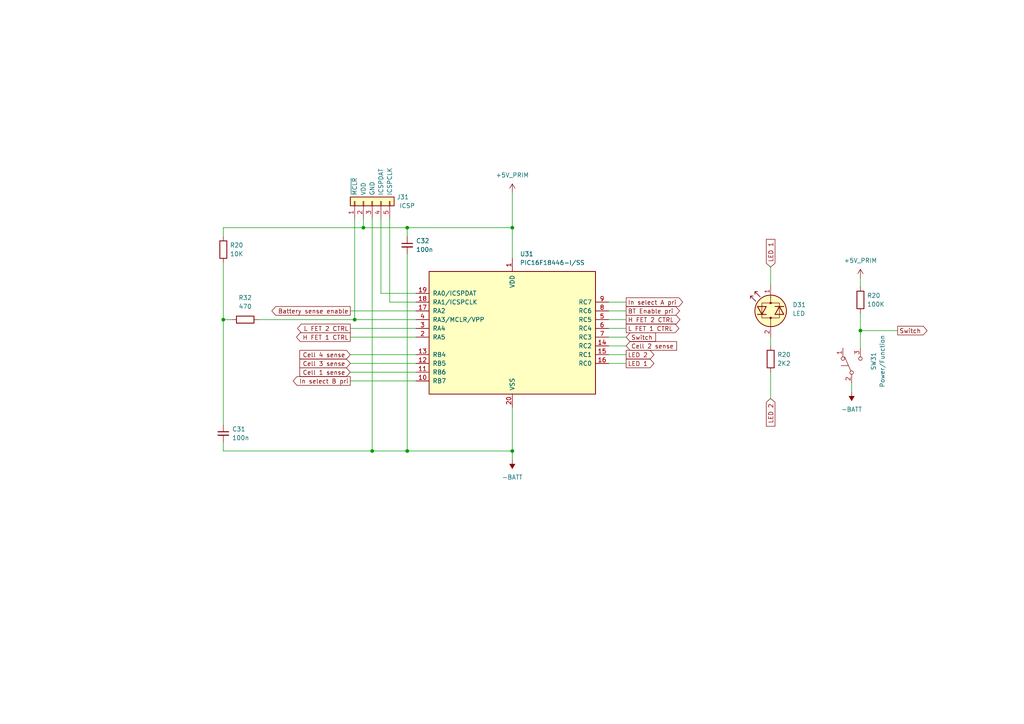
<source format=kicad_sch>
(kicad_sch (version 20230121) (generator eeschema)

  (uuid ad466c0a-e3ee-4a65-901e-e86d8d1ab081)

  (paper "A4")

  (lib_symbols
    (symbol "Device:C_Small" (pin_numbers hide) (pin_names (offset 0.254) hide) (in_bom yes) (on_board yes)
      (property "Reference" "C" (at 0.254 1.778 0)
        (effects (font (size 1.27 1.27)) (justify left))
      )
      (property "Value" "C_Small" (at 0.254 -2.032 0)
        (effects (font (size 1.27 1.27)) (justify left))
      )
      (property "Footprint" "" (at 0 0 0)
        (effects (font (size 1.27 1.27)) hide)
      )
      (property "Datasheet" "~" (at 0 0 0)
        (effects (font (size 1.27 1.27)) hide)
      )
      (property "ki_keywords" "capacitor cap" (at 0 0 0)
        (effects (font (size 1.27 1.27)) hide)
      )
      (property "ki_description" "Unpolarized capacitor, small symbol" (at 0 0 0)
        (effects (font (size 1.27 1.27)) hide)
      )
      (property "ki_fp_filters" "C_*" (at 0 0 0)
        (effects (font (size 1.27 1.27)) hide)
      )
      (symbol "C_Small_0_1"
        (polyline
          (pts
            (xy -1.524 -0.508)
            (xy 1.524 -0.508)
          )
          (stroke (width 0.3302) (type default))
          (fill (type none))
        )
        (polyline
          (pts
            (xy -1.524 0.508)
            (xy 1.524 0.508)
          )
          (stroke (width 0.3048) (type default))
          (fill (type none))
        )
      )
      (symbol "C_Small_1_1"
        (pin passive line (at 0 2.54 270) (length 2.032)
          (name "~" (effects (font (size 1.27 1.27))))
          (number "1" (effects (font (size 1.27 1.27))))
        )
        (pin passive line (at 0 -2.54 90) (length 2.032)
          (name "~" (effects (font (size 1.27 1.27))))
          (number "2" (effects (font (size 1.27 1.27))))
        )
      )
    )
    (symbol "Device:LED_Dual_Bidirectional" (pin_names (offset 0) hide) (in_bom yes) (on_board yes)
      (property "Reference" "D" (at 0 5.715 0)
        (effects (font (size 1.27 1.27)))
      )
      (property "Value" "LED_Dual_Bidirectional" (at 0 -6.35 0)
        (effects (font (size 1.27 1.27)))
      )
      (property "Footprint" "" (at 0 0 0)
        (effects (font (size 1.27 1.27)) hide)
      )
      (property "Datasheet" "~" (at 0 0 0)
        (effects (font (size 1.27 1.27)) hide)
      )
      (property "ki_keywords" "LED diode bicolor dual" (at 0 0 0)
        (effects (font (size 1.27 1.27)) hide)
      )
      (property "ki_description" "Dual LED, bidirectional" (at 0 0 0)
        (effects (font (size 1.27 1.27)) hide)
      )
      (property "ki_fp_filters" "LED* LED_SMD:* LED_THT:*" (at 0 0 0)
        (effects (font (size 1.27 1.27)) hide)
      )
      (symbol "LED_Dual_Bidirectional_0_1"
        (circle (center -2.032 0) (radius 0.254)
          (stroke (width 0) (type default))
          (fill (type outline))
        )
        (polyline
          (pts
            (xy -4.572 0)
            (xy -2.54 0)
          )
          (stroke (width 0) (type default))
          (fill (type none))
        )
        (polyline
          (pts
            (xy -2.032 0)
            (xy -2.54 0)
          )
          (stroke (width 0) (type default))
          (fill (type none))
        )
        (polyline
          (pts
            (xy -1.016 3.81)
            (xy -1.016 1.27)
          )
          (stroke (width 0.254) (type default))
          (fill (type none))
        )
        (polyline
          (pts
            (xy 1.27 -1.27)
            (xy 1.27 -3.81)
          )
          (stroke (width 0.254) (type default))
          (fill (type none))
        )
        (polyline
          (pts
            (xy 4.064 0)
            (xy 2.286 0)
          )
          (stroke (width 0) (type default))
          (fill (type outline))
        )
        (polyline
          (pts
            (xy 4.318 5.842)
            (xy 4.318 5.08)
          )
          (stroke (width 0.2032) (type default))
          (fill (type none))
        )
        (polyline
          (pts
            (xy 5.588 4.572)
            (xy 5.588 3.81)
          )
          (stroke (width 0.2032) (type default))
          (fill (type none))
        )
        (polyline
          (pts
            (xy 2.794 4.318)
            (xy 4.318 5.842)
            (xy 3.556 5.842)
          )
          (stroke (width 0.2032) (type default))
          (fill (type none))
        )
        (polyline
          (pts
            (xy 4.064 3.048)
            (xy 5.588 4.572)
            (xy 4.826 4.572)
          )
          (stroke (width 0.2032) (type default))
          (fill (type none))
        )
        (polyline
          (pts
            (xy -1.016 -1.27)
            (xy -1.016 -3.81)
            (xy 1.27 -2.54)
            (xy -1.016 -1.27)
          )
          (stroke (width 0.254) (type default))
          (fill (type none))
        )
        (polyline
          (pts
            (xy 1.27 3.81)
            (xy 1.27 1.27)
            (xy -1.016 2.54)
            (xy 1.27 3.81)
          )
          (stroke (width 0.254) (type default))
          (fill (type none))
        )
        (polyline
          (pts
            (xy 2.286 2.54)
            (xy -2.032 2.54)
            (xy -2.032 -2.54)
            (xy 2.286 -2.54)
            (xy 2.286 2.54)
          )
          (stroke (width 0) (type default))
          (fill (type none))
        )
        (circle (center 0 0) (radius 4.572)
          (stroke (width 0.254) (type default))
          (fill (type background))
        )
        (circle (center 2.286 0) (radius 0.254)
          (stroke (width 0) (type default))
          (fill (type outline))
        )
      )
      (symbol "LED_Dual_Bidirectional_1_1"
        (pin input line (at 7.62 0 180) (length 3.81)
          (name "KA" (effects (font (size 1.27 1.27))))
          (number "1" (effects (font (size 1.27 1.27))))
        )
        (pin input line (at -7.62 0 0) (length 3.048)
          (name "AK" (effects (font (size 1.27 1.27))))
          (number "2" (effects (font (size 1.27 1.27))))
        )
      )
    )
    (symbol "Device:R" (pin_numbers hide) (pin_names (offset 0)) (in_bom yes) (on_board yes)
      (property "Reference" "R" (at 2.032 0 90)
        (effects (font (size 1.27 1.27)))
      )
      (property "Value" "R" (at 0 0 90)
        (effects (font (size 1.27 1.27)))
      )
      (property "Footprint" "" (at -1.778 0 90)
        (effects (font (size 1.27 1.27)) hide)
      )
      (property "Datasheet" "~" (at 0 0 0)
        (effects (font (size 1.27 1.27)) hide)
      )
      (property "ki_keywords" "R res resistor" (at 0 0 0)
        (effects (font (size 1.27 1.27)) hide)
      )
      (property "ki_description" "Resistor" (at 0 0 0)
        (effects (font (size 1.27 1.27)) hide)
      )
      (property "ki_fp_filters" "R_*" (at 0 0 0)
        (effects (font (size 1.27 1.27)) hide)
      )
      (symbol "R_0_1"
        (rectangle (start -1.016 -2.54) (end 1.016 2.54)
          (stroke (width 0.254) (type default))
          (fill (type none))
        )
      )
      (symbol "R_1_1"
        (pin passive line (at 0 3.81 270) (length 1.27)
          (name "~" (effects (font (size 1.27 1.27))))
          (number "1" (effects (font (size 1.27 1.27))))
        )
        (pin passive line (at 0 -3.81 90) (length 1.27)
          (name "~" (effects (font (size 1.27 1.27))))
          (number "2" (effects (font (size 1.27 1.27))))
        )
      )
    )
    (symbol "MCU_Microchip_PIC16:PIC16F1829-IST" (pin_names (offset 1.016)) (in_bom yes) (on_board yes)
      (property "Reference" "U" (at -24.13 22.86 0)
        (effects (font (size 1.27 1.27)) (justify left))
      )
      (property "Value" "PIC16F1829-IST" (at -24.13 20.32 0)
        (effects (font (size 1.27 1.27)) (justify left))
      )
      (property "Footprint" "" (at 0 -13.97 0)
        (effects (font (size 1.27 1.27)) hide)
      )
      (property "Datasheet" "http://ww1.microchip.com/downloads/en/DeviceDoc/41440C.pdf" (at 0 -13.97 0)
        (effects (font (size 1.27 1.27)) hide)
      )
      (property "ki_keywords" "Flash-Based 8-Bit CMOS Microcontroller Low Power" (at 0 0 0)
        (effects (font (size 1.27 1.27)) hide)
      )
      (property "ki_description" "Flash-Based, 8-Bit CMOS Microcontrollers, TSSOP" (at 0 0 0)
        (effects (font (size 1.27 1.27)) hide)
      )
      (property "ki_fp_filters" "DIP*W7.62mm* SOIC*3.9x8.7mm*P1.27mm* TSSOP*4.4x5mm*P0.65mm*" (at 0 0 0)
        (effects (font (size 1.27 1.27)) hide)
      )
      (symbol "PIC16F1829-IST_0_1"
        (rectangle (start -24.13 19.05) (end 24.13 -16.51)
          (stroke (width 0.254) (type default))
          (fill (type background))
        )
      )
      (symbol "PIC16F1829-IST_1_1"
        (pin power_in line (at 0 22.86 270) (length 3.81)
          (name "VDD" (effects (font (size 1.27 1.27))))
          (number "1" (effects (font (size 1.27 1.27))))
        )
        (pin bidirectional line (at -27.94 -12.7 0) (length 3.81)
          (name "RB7" (effects (font (size 1.27 1.27))))
          (number "10" (effects (font (size 1.27 1.27))))
        )
        (pin bidirectional line (at -27.94 -10.16 0) (length 3.81)
          (name "RB6" (effects (font (size 1.27 1.27))))
          (number "11" (effects (font (size 1.27 1.27))))
        )
        (pin bidirectional line (at -27.94 -7.62 0) (length 3.81)
          (name "RB5" (effects (font (size 1.27 1.27))))
          (number "12" (effects (font (size 1.27 1.27))))
        )
        (pin bidirectional line (at -27.94 -5.08 0) (length 3.81)
          (name "RB4" (effects (font (size 1.27 1.27))))
          (number "13" (effects (font (size 1.27 1.27))))
        )
        (pin bidirectional line (at 27.94 -2.54 180) (length 3.81)
          (name "RC2" (effects (font (size 1.27 1.27))))
          (number "14" (effects (font (size 1.27 1.27))))
        )
        (pin bidirectional line (at 27.94 -5.08 180) (length 3.81)
          (name "RC1" (effects (font (size 1.27 1.27))))
          (number "15" (effects (font (size 1.27 1.27))))
        )
        (pin bidirectional line (at 27.94 -7.62 180) (length 3.81)
          (name "RC0" (effects (font (size 1.27 1.27))))
          (number "16" (effects (font (size 1.27 1.27))))
        )
        (pin bidirectional line (at -27.94 7.62 0) (length 3.81)
          (name "RA2" (effects (font (size 1.27 1.27))))
          (number "17" (effects (font (size 1.27 1.27))))
        )
        (pin bidirectional line (at -27.94 10.16 0) (length 3.81)
          (name "RA1/ICSPCLK" (effects (font (size 1.27 1.27))))
          (number "18" (effects (font (size 1.27 1.27))))
        )
        (pin bidirectional line (at -27.94 12.7 0) (length 3.81)
          (name "RA0/ICSPDAT" (effects (font (size 1.27 1.27))))
          (number "19" (effects (font (size 1.27 1.27))))
        )
        (pin bidirectional line (at -27.94 0 0) (length 3.81)
          (name "RA5" (effects (font (size 1.27 1.27))))
          (number "2" (effects (font (size 1.27 1.27))))
        )
        (pin power_in line (at 0 -20.32 90) (length 3.81)
          (name "VSS" (effects (font (size 1.27 1.27))))
          (number "20" (effects (font (size 1.27 1.27))))
        )
        (pin bidirectional line (at -27.94 2.54 0) (length 3.81)
          (name "RA4" (effects (font (size 1.27 1.27))))
          (number "3" (effects (font (size 1.27 1.27))))
        )
        (pin bidirectional line (at -27.94 5.08 0) (length 3.81)
          (name "RA3/MCLR/VPP" (effects (font (size 1.27 1.27))))
          (number "4" (effects (font (size 1.27 1.27))))
        )
        (pin bidirectional line (at 27.94 5.08 180) (length 3.81)
          (name "RC5" (effects (font (size 1.27 1.27))))
          (number "5" (effects (font (size 1.27 1.27))))
        )
        (pin bidirectional line (at 27.94 2.54 180) (length 3.81)
          (name "RC4" (effects (font (size 1.27 1.27))))
          (number "6" (effects (font (size 1.27 1.27))))
        )
        (pin bidirectional line (at 27.94 0 180) (length 3.81)
          (name "RC3" (effects (font (size 1.27 1.27))))
          (number "7" (effects (font (size 1.27 1.27))))
        )
        (pin bidirectional line (at 27.94 7.62 180) (length 3.81)
          (name "RC6" (effects (font (size 1.27 1.27))))
          (number "8" (effects (font (size 1.27 1.27))))
        )
        (pin bidirectional line (at 27.94 10.16 180) (length 3.81)
          (name "RC7" (effects (font (size 1.27 1.27))))
          (number "9" (effects (font (size 1.27 1.27))))
        )
      )
    )
    (symbol "My_PIC_MCU:ICSP_SOCKET" (pin_names (offset 3)) (in_bom yes) (on_board yes)
      (property "Reference" "J" (at -0.127 9.779 0)
        (effects (font (size 1.27 1.27)))
      )
      (property "Value" "" (at 0 0 0)
        (effects (font (size 1.27 1.27)))
      )
      (property "Footprint" "" (at 0 0 0)
        (effects (font (size 1.27 1.27)) hide)
      )
      (property "Datasheet" "" (at 0 0 0)
        (effects (font (size 1.27 1.27)) hide)
      )
      (symbol "ICSP_SOCKET_1_1"
        (rectangle (start -1.27 -4.953) (end 0 -5.207)
          (stroke (width 0.1524) (type default))
          (fill (type none))
        )
        (rectangle (start -1.27 -2.413) (end 0 -2.667)
          (stroke (width 0.1524) (type default))
          (fill (type none))
        )
        (rectangle (start -1.27 0.127) (end 0 -0.127)
          (stroke (width 0.1524) (type default))
          (fill (type none))
        )
        (rectangle (start -1.27 2.667) (end 0 2.413)
          (stroke (width 0.1524) (type default))
          (fill (type none))
        )
        (rectangle (start -1.27 5.207) (end 0 4.953)
          (stroke (width 0.1524) (type default))
          (fill (type none))
        )
        (rectangle (start -1.27 6.35) (end 1.27 -6.35)
          (stroke (width 0.254) (type default))
          (fill (type background))
        )
        (pin input line (at -5.08 5.08 0) (length 3.81)
          (name "~{MCLR}" (effects (font (size 1.27 1.27))))
          (number "1" (effects (font (size 1.27 1.27))))
        )
        (pin power_in line (at -5.08 2.54 0) (length 3.81)
          (name "VDD" (effects (font (size 1.27 1.27))))
          (number "2" (effects (font (size 1.27 1.27))))
        )
        (pin power_in line (at -5.08 0 0) (length 3.81)
          (name "GND" (effects (font (size 1.27 1.27))))
          (number "3" (effects (font (size 1.27 1.27))))
        )
        (pin input line (at -5.08 -2.54 0) (length 3.81)
          (name "ICSPDAT" (effects (font (size 1.27 1.27))))
          (number "4" (effects (font (size 1.27 1.27))))
        )
        (pin input line (at -5.08 -5.08 0) (length 3.81)
          (name "ICSPCLK" (effects (font (size 1.27 1.27))))
          (number "5" (effects (font (size 1.27 1.27))))
        )
      )
    )
    (symbol "My_Power_Symbols:+5V PRIM" (power) (in_bom no) (on_board no)
      (property "Reference" "#PWR" (at 0 0 0)
        (effects (font (size 1.27 1.27)) hide)
      )
      (property "Value" "+5V PRIM" (at 0 0 0)
        (effects (font (size 1.27 1.27)))
      )
      (property "Footprint" "" (at 0 0 0)
        (effects (font (size 1.27 1.27)) hide)
      )
      (property "Datasheet" "" (at 0 0 0)
        (effects (font (size 1.27 1.27)) hide)
      )
      (symbol "+5V PRIM_0_1"
        (polyline
          (pts
            (xy -0.762 1.27)
            (xy 0 2.54)
          )
          (stroke (width 0) (type default))
          (fill (type none))
        )
        (polyline
          (pts
            (xy 0 0)
            (xy 0 2.54)
          )
          (stroke (width 0) (type default))
          (fill (type none))
        )
        (polyline
          (pts
            (xy 0 2.54)
            (xy 0.762 1.27)
          )
          (stroke (width 0) (type default))
          (fill (type none))
        )
      )
      (symbol "+5V PRIM_1_1"
        (pin power_in line (at 0 0 90) (length 0) hide
          (name "+5V_PRIM" (effects (font (size 1.27 1.27))))
          (number "1" (effects (font (size 1.27 1.27))))
        )
      )
    )
    (symbol "Switch:SW_Push_SPDT" (pin_names (offset 0) hide) (in_bom yes) (on_board yes)
      (property "Reference" "SW" (at 0 4.318 0)
        (effects (font (size 1.27 1.27)))
      )
      (property "Value" "SW_Push_SPDT" (at 0 -5.08 0)
        (effects (font (size 1.27 1.27)))
      )
      (property "Footprint" "" (at 0 0 0)
        (effects (font (size 1.27 1.27)) hide)
      )
      (property "Datasheet" "~" (at 0 0 0)
        (effects (font (size 1.27 1.27)) hide)
      )
      (property "ki_keywords" "switch single-pole double-throw spdt ON-ON" (at 0 0 0)
        (effects (font (size 1.27 1.27)) hide)
      )
      (property "ki_description" "Momentary Switch, single pole double throw" (at 0 0 0)
        (effects (font (size 1.27 1.27)) hide)
      )
      (symbol "SW_Push_SPDT_0_0"
        (circle (center -2.032 0) (radius 0.508)
          (stroke (width 0) (type default))
          (fill (type none))
        )
        (polyline
          (pts
            (xy 0 1.016)
            (xy 0 3.048)
          )
          (stroke (width 0) (type default))
          (fill (type none))
        )
        (circle (center 2.032 -2.54) (radius 0.508)
          (stroke (width 0) (type default))
          (fill (type none))
        )
      )
      (symbol "SW_Push_SPDT_0_1"
        (polyline
          (pts
            (xy -1.524 0.254)
            (xy 2.54 2.032)
          )
          (stroke (width 0) (type default))
          (fill (type none))
        )
        (circle (center 2.032 2.54) (radius 0.508)
          (stroke (width 0) (type default))
          (fill (type none))
        )
      )
      (symbol "SW_Push_SPDT_1_1"
        (pin passive line (at 5.08 2.54 180) (length 2.54)
          (name "A" (effects (font (size 1.27 1.27))))
          (number "1" (effects (font (size 1.27 1.27))))
        )
        (pin passive line (at -5.08 0 0) (length 2.54)
          (name "B" (effects (font (size 1.27 1.27))))
          (number "2" (effects (font (size 1.27 1.27))))
        )
        (pin passive line (at 5.08 -2.54 180) (length 2.54)
          (name "C" (effects (font (size 1.27 1.27))))
          (number "3" (effects (font (size 1.27 1.27))))
        )
      )
    )
    (symbol "power:-BATT" (power) (pin_names (offset 0)) (in_bom yes) (on_board yes)
      (property "Reference" "#PWR" (at 0 -3.81 0)
        (effects (font (size 1.27 1.27)) hide)
      )
      (property "Value" "-BATT" (at 0 3.556 0)
        (effects (font (size 1.27 1.27)))
      )
      (property "Footprint" "" (at 0 0 0)
        (effects (font (size 1.27 1.27)) hide)
      )
      (property "Datasheet" "" (at 0 0 0)
        (effects (font (size 1.27 1.27)) hide)
      )
      (property "ki_keywords" "global power battery" (at 0 0 0)
        (effects (font (size 1.27 1.27)) hide)
      )
      (property "ki_description" "Power symbol creates a global label with name \"-BATT\"" (at 0 0 0)
        (effects (font (size 1.27 1.27)) hide)
      )
      (symbol "-BATT_0_1"
        (polyline
          (pts
            (xy 0 0)
            (xy 0 2.54)
          )
          (stroke (width 0) (type default))
          (fill (type none))
        )
        (polyline
          (pts
            (xy 0.762 1.27)
            (xy -0.762 1.27)
            (xy 0 2.54)
            (xy 0.762 1.27)
          )
          (stroke (width 0) (type default))
          (fill (type outline))
        )
      )
      (symbol "-BATT_1_1"
        (pin power_in line (at 0 0 90) (length 0) hide
          (name "-BATT" (effects (font (size 1.27 1.27))))
          (number "1" (effects (font (size 1.27 1.27))))
        )
      )
    )
  )

  (junction (at 249.555 95.885) (diameter 0) (color 0 0 0 0)
    (uuid 1529713d-aa3b-4d2e-8db9-ef7380a39723)
  )
  (junction (at 118.11 66.04) (diameter 0) (color 0 0 0 0)
    (uuid 42875c99-cf6d-41df-bc53-3ed050ccb0c9)
  )
  (junction (at 107.95 130.81) (diameter 0) (color 0 0 0 0)
    (uuid 4916dd6d-80d9-4caa-b733-4bc5b62e4da0)
  )
  (junction (at 64.77 92.71) (diameter 0) (color 0 0 0 0)
    (uuid 50f29eb5-c10c-42d5-a919-12b5a5e10f79)
  )
  (junction (at 118.11 130.81) (diameter 0) (color 0 0 0 0)
    (uuid 9a78a180-d61b-4ff3-af1c-260d79ab90bc)
  )
  (junction (at 102.87 92.71) (diameter 0) (color 0 0 0 0)
    (uuid c291a074-b9b5-45d1-a3af-2169d94c5cdf)
  )
  (junction (at 148.59 66.04) (diameter 0) (color 0 0 0 0)
    (uuid e18c6386-4f7c-4de4-bd96-3e9282d01201)
  )
  (junction (at 148.59 130.81) (diameter 0) (color 0 0 0 0)
    (uuid ed37c1d6-ca3d-432c-b288-5888cdb250b3)
  )
  (junction (at 105.41 66.04) (diameter 0) (color 0 0 0 0)
    (uuid fcf82211-c5aa-453c-873b-95a51d7cc4b6)
  )

  (wire (pts (xy 148.59 55.88) (xy 148.59 66.04))
    (stroke (width 0) (type default))
    (uuid 052a9ccf-f78e-4c52-a841-d6f5e362cc41)
  )
  (wire (pts (xy 223.52 107.95) (xy 223.52 115.57))
    (stroke (width 0) (type default))
    (uuid 1b2c6800-a142-4ca4-a8a1-57c6b74b88fc)
  )
  (wire (pts (xy 64.77 130.81) (xy 107.95 130.81))
    (stroke (width 0) (type default))
    (uuid 2c436a9d-fce9-49f9-836e-bb5c78d16576)
  )
  (wire (pts (xy 64.77 92.71) (xy 67.31 92.71))
    (stroke (width 0) (type default))
    (uuid 34cff10d-3e05-4491-943d-6c202cd53332)
  )
  (wire (pts (xy 110.49 85.09) (xy 110.49 63.5))
    (stroke (width 0) (type default))
    (uuid 36f83040-ce39-445b-8eb1-51bdf5381f99)
  )
  (wire (pts (xy 102.87 63.5) (xy 102.87 92.71))
    (stroke (width 0) (type default))
    (uuid 4783a2ea-f365-4a85-a7f2-aaec5d786d25)
  )
  (wire (pts (xy 101.6 110.49) (xy 120.65 110.49))
    (stroke (width 0) (type default))
    (uuid 4ceb27e1-6cff-4038-aea8-86d1c932f31c)
  )
  (wire (pts (xy 176.53 87.63) (xy 181.61 87.63))
    (stroke (width 0) (type default))
    (uuid 52cb8a50-948f-4c43-9f8c-ccd3437dd73a)
  )
  (wire (pts (xy 176.53 102.87) (xy 181.61 102.87))
    (stroke (width 0) (type default))
    (uuid 57e2033c-ab8c-497a-8143-12e125c12143)
  )
  (wire (pts (xy 101.6 95.25) (xy 120.65 95.25))
    (stroke (width 0) (type default))
    (uuid 58e2ef33-40f8-474f-a660-06696485fbe7)
  )
  (wire (pts (xy 176.53 100.33) (xy 181.61 100.33))
    (stroke (width 0) (type default))
    (uuid 5aa522c0-aab6-45ec-a790-0c1a543f38c9)
  )
  (wire (pts (xy 176.53 90.17) (xy 181.61 90.17))
    (stroke (width 0) (type default))
    (uuid 5bdf1ae0-97cc-4f89-96f3-bcbe3c8f8694)
  )
  (wire (pts (xy 118.11 130.81) (xy 148.59 130.81))
    (stroke (width 0) (type default))
    (uuid 5c687100-f501-4638-840c-4c6f1d7200b5)
  )
  (wire (pts (xy 64.77 128.27) (xy 64.77 130.81))
    (stroke (width 0) (type default))
    (uuid 5ca68835-9fb0-4545-b043-d7aa35fdccc5)
  )
  (wire (pts (xy 249.555 95.885) (xy 249.555 100.965))
    (stroke (width 0) (type default))
    (uuid 5f4eb00c-53cf-4c99-8c93-cd45a213a5db)
  )
  (wire (pts (xy 148.59 130.81) (xy 148.59 133.35))
    (stroke (width 0) (type default))
    (uuid 601c14ec-0e77-465e-9f0a-f69f3517fc18)
  )
  (wire (pts (xy 176.53 105.41) (xy 181.61 105.41))
    (stroke (width 0) (type default))
    (uuid 64f61e0f-5d6d-4cc2-92c3-bd3b26c1d50f)
  )
  (wire (pts (xy 176.53 95.25) (xy 181.61 95.25))
    (stroke (width 0) (type default))
    (uuid 6cb15364-661f-4632-bf88-fd440008724a)
  )
  (wire (pts (xy 247.015 111.125) (xy 247.015 113.665))
    (stroke (width 0) (type default))
    (uuid 7319b1c2-77c8-4f14-adea-aef744e31ce1)
  )
  (wire (pts (xy 118.11 73.66) (xy 118.11 130.81))
    (stroke (width 0) (type default))
    (uuid 7fda644d-bbd5-4641-a65d-0c39e9b1fafc)
  )
  (wire (pts (xy 102.87 92.71) (xy 120.65 92.71))
    (stroke (width 0) (type default))
    (uuid 801b35bb-a07f-429c-8019-0f56e4fdacef)
  )
  (wire (pts (xy 176.53 97.79) (xy 181.61 97.79))
    (stroke (width 0) (type default))
    (uuid 82918050-1650-471e-a145-213dd79d8169)
  )
  (wire (pts (xy 118.11 66.04) (xy 148.59 66.04))
    (stroke (width 0) (type default))
    (uuid 84f1b996-a152-49e1-92c4-ab656f4dc289)
  )
  (wire (pts (xy 105.41 66.04) (xy 118.11 66.04))
    (stroke (width 0) (type default))
    (uuid 89a13cac-34ea-424a-84ef-0ae9a1fad855)
  )
  (wire (pts (xy 113.03 63.5) (xy 113.03 87.63))
    (stroke (width 0) (type default))
    (uuid 92e964b3-667a-4350-b198-0dda318e0c9d)
  )
  (wire (pts (xy 64.77 92.71) (xy 64.77 123.19))
    (stroke (width 0) (type default))
    (uuid 9c4a3b70-13e3-4ab9-9e19-b3afe6f3ad25)
  )
  (wire (pts (xy 118.11 66.04) (xy 118.11 68.58))
    (stroke (width 0) (type default))
    (uuid 9fe8c8af-bf82-447b-b7d3-c94c1f164156)
  )
  (wire (pts (xy 223.52 77.47) (xy 223.52 82.55))
    (stroke (width 0) (type default))
    (uuid a18cc173-54c3-4402-aa20-ea5d69f0c6d2)
  )
  (wire (pts (xy 249.555 80.645) (xy 249.555 83.185))
    (stroke (width 0) (type default))
    (uuid a29721cf-d9e9-4b80-9697-dc23b3ef92fe)
  )
  (wire (pts (xy 249.555 90.805) (xy 249.555 95.885))
    (stroke (width 0) (type default))
    (uuid a5f542f2-cdcb-44c6-b97e-80877ec9deb1)
  )
  (wire (pts (xy 101.6 105.41) (xy 120.65 105.41))
    (stroke (width 0) (type default))
    (uuid ae57356d-10a2-4567-b906-914788fa5ee0)
  )
  (wire (pts (xy 107.95 63.5) (xy 107.95 130.81))
    (stroke (width 0) (type default))
    (uuid b12b6813-794d-44ff-a92f-f86549a410c2)
  )
  (wire (pts (xy 101.6 97.79) (xy 120.65 97.79))
    (stroke (width 0) (type default))
    (uuid b62c4501-dc23-4c14-8adc-727d960961a1)
  )
  (wire (pts (xy 249.555 95.885) (xy 260.35 95.885))
    (stroke (width 0) (type default))
    (uuid b632d498-b480-4c42-83dd-8a76ac451241)
  )
  (wire (pts (xy 107.95 130.81) (xy 118.11 130.81))
    (stroke (width 0) (type default))
    (uuid bba0f7a0-d602-425b-9e6d-efcc09e0273e)
  )
  (wire (pts (xy 64.77 68.58) (xy 64.77 66.04))
    (stroke (width 0) (type default))
    (uuid bba85004-419b-4442-9a9f-0adea09c9f36)
  )
  (wire (pts (xy 120.65 85.09) (xy 110.49 85.09))
    (stroke (width 0) (type default))
    (uuid bcbb75e8-4016-4946-a101-a702ebd478a3)
  )
  (wire (pts (xy 101.6 107.95) (xy 120.65 107.95))
    (stroke (width 0) (type default))
    (uuid be40546e-ef92-426f-9ef4-bb7adac3a94c)
  )
  (wire (pts (xy 176.53 92.71) (xy 181.61 92.71))
    (stroke (width 0) (type default))
    (uuid c963c2d9-de42-42d0-8778-972cd6aa4b33)
  )
  (wire (pts (xy 223.52 97.79) (xy 223.52 100.33))
    (stroke (width 0) (type default))
    (uuid d2a62c4f-a9f6-4dd6-9929-d7574a2ae021)
  )
  (wire (pts (xy 64.77 76.2) (xy 64.77 92.71))
    (stroke (width 0) (type default))
    (uuid d2d41093-6f05-4f21-9be8-1a3d71fb3599)
  )
  (wire (pts (xy 101.6 90.17) (xy 120.65 90.17))
    (stroke (width 0) (type default))
    (uuid d9ba52fa-213e-43ea-95dd-9079411007a4)
  )
  (wire (pts (xy 101.6 102.87) (xy 120.65 102.87))
    (stroke (width 0) (type default))
    (uuid dbe32aca-d3e2-4127-b78b-c5193a3be660)
  )
  (wire (pts (xy 148.59 66.04) (xy 148.59 74.93))
    (stroke (width 0) (type default))
    (uuid e11a73b6-c79a-4d05-85ab-8d3c2d7a3aa7)
  )
  (wire (pts (xy 148.59 118.11) (xy 148.59 130.81))
    (stroke (width 0) (type default))
    (uuid e32e46cb-675b-4380-ae32-0684c14428ba)
  )
  (wire (pts (xy 74.93 92.71) (xy 102.87 92.71))
    (stroke (width 0) (type default))
    (uuid f12170de-0e2a-42ce-b226-6623affd2266)
  )
  (wire (pts (xy 120.65 87.63) (xy 113.03 87.63))
    (stroke (width 0) (type default))
    (uuid f1d1eb55-5876-4457-848f-ec18afcd9f6f)
  )
  (wire (pts (xy 105.41 63.5) (xy 105.41 66.04))
    (stroke (width 0) (type default))
    (uuid fc1beb42-aa67-4219-95de-6a3279fcc334)
  )
  (wire (pts (xy 64.77 66.04) (xy 105.41 66.04))
    (stroke (width 0) (type default))
    (uuid fcb85547-3ed0-4304-b4b0-bc3cfb81f82a)
  )

  (global_label "Switch" (shape output) (at 260.35 95.885 0) (fields_autoplaced)
    (effects (font (size 1.27 1.27)) (justify left))
    (uuid 07fe44a8-1fa0-4405-ae72-61bab728fc03)
    (property "Intersheetrefs" "${INTERSHEET_REFS}" (at 269.4433 95.885 0)
      (effects (font (size 1.27 1.27)) (justify left) hide)
    )
  )
  (global_label "H FET 2 CTRL" (shape output) (at 181.61 92.71 0) (fields_autoplaced)
    (effects (font (size 1.27 1.27)) (justify left))
    (uuid 12f8f84c-e0f6-4b80-ad94-6e5aedb7e5fa)
    (property "Intersheetrefs" "${INTERSHEET_REFS}" (at 197.7789 92.71 0)
      (effects (font (size 1.27 1.27)) (justify left) hide)
    )
  )
  (global_label "LED 2" (shape output) (at 181.61 102.87 0) (fields_autoplaced)
    (effects (font (size 1.27 1.27)) (justify left))
    (uuid 17ea3538-ab89-47b1-95b0-c89fba8e0211)
    (property "Intersheetrefs" "${INTERSHEET_REFS}" (at 190.2194 102.87 0)
      (effects (font (size 1.27 1.27)) (justify left) hide)
    )
  )
  (global_label "BT Enable pri" (shape output) (at 181.61 90.17 0) (fields_autoplaced)
    (effects (font (size 1.27 1.27)) (justify left))
    (uuid 20c827af-b9ce-4df5-bd7b-007929b8108b)
    (property "Intersheetrefs" "${INTERSHEET_REFS}" (at 197.6578 90.17 0)
      (effects (font (size 1.27 1.27)) (justify left) hide)
    )
  )
  (global_label "Switch" (shape input) (at 181.61 97.79 0) (fields_autoplaced)
    (effects (font (size 1.27 1.27)) (justify left))
    (uuid 2b0ba265-e10b-489b-bf4c-ca38dd2f93b5)
    (property "Intersheetrefs" "${INTERSHEET_REFS}" (at 190.7033 97.79 0)
      (effects (font (size 1.27 1.27)) (justify left) hide)
    )
  )
  (global_label "Cell 1 sense" (shape input) (at 101.6 107.95 180) (fields_autoplaced)
    (effects (font (size 1.27 1.27)) (justify right))
    (uuid 4002cd7a-5593-440b-9f58-cdf694551677)
    (property "Intersheetrefs" "${INTERSHEET_REFS}" (at 86.3987 107.95 0)
      (effects (font (size 1.27 1.27)) (justify right) hide)
    )
  )
  (global_label "Cell 4 sense" (shape input) (at 101.6 102.87 180) (fields_autoplaced)
    (effects (font (size 1.27 1.27)) (justify right))
    (uuid 5bc71e00-2781-4c02-9d48-e22a684579b0)
    (property "Intersheetrefs" "${INTERSHEET_REFS}" (at 86.3987 102.87 0)
      (effects (font (size 1.27 1.27)) (justify right) hide)
    )
  )
  (global_label "LED 2" (shape input) (at 223.52 115.57 270) (fields_autoplaced)
    (effects (font (size 1.27 1.27)) (justify right))
    (uuid 7214638b-eb7f-4a47-826d-585c9135b3c3)
    (property "Intersheetrefs" "${INTERSHEET_REFS}" (at 223.52 124.1794 90)
      (effects (font (size 1.27 1.27)) (justify right) hide)
    )
  )
  (global_label "Cell 2 sense" (shape input) (at 181.61 100.33 0) (fields_autoplaced)
    (effects (font (size 1.27 1.27)) (justify left))
    (uuid 754ee957-8d61-4ddf-9ab6-675868e20368)
    (property "Intersheetrefs" "${INTERSHEET_REFS}" (at 196.8113 100.33 0)
      (effects (font (size 1.27 1.27)) (justify left) hide)
    )
  )
  (global_label "LED 1" (shape input) (at 223.52 77.47 90) (fields_autoplaced)
    (effects (font (size 1.27 1.27)) (justify left))
    (uuid 7b716d89-7cb8-4d23-bf9f-077f87304a5c)
    (property "Intersheetrefs" "${INTERSHEET_REFS}" (at 223.52 68.8606 90)
      (effects (font (size 1.27 1.27)) (justify left) hide)
    )
  )
  (global_label "L FET 1 CTRL" (shape output) (at 181.61 95.25 0) (fields_autoplaced)
    (effects (font (size 1.27 1.27)) (justify left))
    (uuid 9a1d2203-490f-45c2-8edc-97804b3b0baf)
    (property "Intersheetrefs" "${INTERSHEET_REFS}" (at 197.4765 95.25 0)
      (effects (font (size 1.27 1.27)) (justify left) hide)
    )
  )
  (global_label "LED 1" (shape output) (at 181.61 105.41 0) (fields_autoplaced)
    (effects (font (size 1.27 1.27)) (justify left))
    (uuid 9d0c5048-d6e8-4cf9-9a18-edbf38d89e00)
    (property "Intersheetrefs" "${INTERSHEET_REFS}" (at 190.2194 105.41 0)
      (effects (font (size 1.27 1.27)) (justify left) hide)
    )
  )
  (global_label "In select B pri" (shape output) (at 101.6 110.49 180) (fields_autoplaced)
    (effects (font (size 1.27 1.27)) (justify right))
    (uuid c47f235a-c309-42c4-8e49-e41d0642dda2)
    (property "Intersheetrefs" "${INTERSHEET_REFS}" (at 84.4634 110.49 0)
      (effects (font (size 1.27 1.27)) (justify right) hide)
    )
  )
  (global_label "Cell 3 sense" (shape input) (at 101.6 105.41 180) (fields_autoplaced)
    (effects (font (size 1.27 1.27)) (justify right))
    (uuid d864b1d8-2c4f-4148-977e-22eb8665de12)
    (property "Intersheetrefs" "${INTERSHEET_REFS}" (at 86.3987 105.41 0)
      (effects (font (size 1.27 1.27)) (justify right) hide)
    )
  )
  (global_label "L FET 2 CTRL" (shape output) (at 101.6 95.25 180) (fields_autoplaced)
    (effects (font (size 1.27 1.27)) (justify right))
    (uuid e28b1f2c-02aa-420f-bf7e-352cf6ab6a87)
    (property "Intersheetrefs" "${INTERSHEET_REFS}" (at 85.7335 95.25 0)
      (effects (font (size 1.27 1.27)) (justify right) hide)
    )
  )
  (global_label "H FET 1 CTRL" (shape output) (at 101.6 97.79 180) (fields_autoplaced)
    (effects (font (size 1.27 1.27)) (justify right))
    (uuid f1b99eaf-59db-479e-b32f-2048d4eeed4f)
    (property "Intersheetrefs" "${INTERSHEET_REFS}" (at 85.4311 97.79 0)
      (effects (font (size 1.27 1.27)) (justify right) hide)
    )
  )
  (global_label "Battery sense enable" (shape output) (at 101.6 90.17 180) (fields_autoplaced)
    (effects (font (size 1.27 1.27)) (justify right))
    (uuid fa63b010-bb52-4512-a3bc-d58438508929)
    (property "Intersheetrefs" "${INTERSHEET_REFS}" (at 78.295 90.17 0)
      (effects (font (size 1.27 1.27)) (justify right) hide)
    )
  )
  (global_label "In select A pri" (shape output) (at 181.61 87.63 0) (fields_autoplaced)
    (effects (font (size 1.27 1.27)) (justify left))
    (uuid fec69543-6d51-46ef-9050-28b6bd57bee4)
    (property "Intersheetrefs" "${INTERSHEET_REFS}" (at 198.5652 87.63 0)
      (effects (font (size 1.27 1.27)) (justify left) hide)
    )
  )

  (symbol (lib_id "Device:LED_Dual_Bidirectional") (at 223.52 90.17 90) (unit 1)
    (in_bom yes) (on_board yes) (dnp no) (fields_autoplaced)
    (uuid 07774f76-21ad-4fe6-88cf-4f2d53bd9731)
    (property "Reference" "D31" (at 229.87 88.4047 90)
      (effects (font (size 1.27 1.27)) (justify right))
    )
    (property "Value" "LED" (at 229.87 90.9447 90)
      (effects (font (size 1.27 1.27)) (justify right))
    )
    (property "Footprint" "My_Footprints:LED_Holder" (at 223.52 90.17 0)
      (effects (font (size 1.27 1.27)) hide)
    )
    (property "Datasheet" "~" (at 223.52 90.17 0)
      (effects (font (size 1.27 1.27)) hide)
    )
    (pin "1" (uuid ff69743e-2f80-478f-ba54-31b2ce650284))
    (pin "2" (uuid e9c5ceed-7a15-4ecf-8c61-1f06e64f6759))
    (instances
      (project "P113 Portable Headphone Amp"
        (path "/27d77605-2752-4e61-ac7a-098d2afac363/94d073f1-59c8-4aee-a2b3-55533d088160"
          (reference "D31") (unit 1)
        )
      )
    )
  )

  (symbol (lib_id "power:-BATT") (at 247.015 113.665 180) (unit 1)
    (in_bom yes) (on_board yes) (dnp no) (fields_autoplaced)
    (uuid 1d41a92b-536f-4a71-8957-9919f14cd108)
    (property "Reference" "#PWR058" (at 247.015 109.855 0)
      (effects (font (size 1.27 1.27)) hide)
    )
    (property "Value" "-BATT" (at 247.015 118.745 0)
      (effects (font (size 1.27 1.27)))
    )
    (property "Footprint" "" (at 247.015 113.665 0)
      (effects (font (size 1.27 1.27)) hide)
    )
    (property "Datasheet" "" (at 247.015 113.665 0)
      (effects (font (size 1.27 1.27)) hide)
    )
    (pin "1" (uuid 3fd8e096-2166-4b85-b0c6-3e04a1fee127))
    (instances
      (project "P113 Portable Headphone Amp"
        (path "/27d77605-2752-4e61-ac7a-098d2afac363/94d073f1-59c8-4aee-a2b3-55533d088160"
          (reference "#PWR058") (unit 1)
        )
      )
    )
  )

  (symbol (lib_id "Device:C_Small") (at 64.77 125.73 0) (unit 1)
    (in_bom yes) (on_board yes) (dnp no) (fields_autoplaced)
    (uuid 376092b6-2d73-484e-aef2-3a5eb0f1ac64)
    (property "Reference" "C31" (at 67.31 124.4663 0)
      (effects (font (size 1.27 1.27)) (justify left))
    )
    (property "Value" "100n" (at 67.31 127.0063 0)
      (effects (font (size 1.27 1.27)) (justify left))
    )
    (property "Footprint" "My_Footprints:C_0402_1005Metric_Pad0.74x0.62mm_HandSolder JLC" (at 64.77 125.73 0)
      (effects (font (size 1.27 1.27)) hide)
    )
    (property "Datasheet" "~" (at 64.77 125.73 0)
      (effects (font (size 1.27 1.27)) hide)
    )
    (pin "1" (uuid 46d8aa5e-8395-4472-b1bf-0611f4df3f39))
    (pin "2" (uuid a04c0706-885a-46f3-931b-2782536fd6ca))
    (instances
      (project "P113 Portable Headphone Amp"
        (path "/27d77605-2752-4e61-ac7a-098d2afac363/94d073f1-59c8-4aee-a2b3-55533d088160"
          (reference "C31") (unit 1)
        )
      )
    )
  )

  (symbol (lib_id "Device:R") (at 71.12 92.71 90) (unit 1)
    (in_bom yes) (on_board yes) (dnp no) (fields_autoplaced)
    (uuid 3ebc6319-a0ae-491f-822c-5e6fb9da38c8)
    (property "Reference" "R32" (at 71.12 86.36 90)
      (effects (font (size 1.27 1.27)))
    )
    (property "Value" "470" (at 71.12 88.9 90)
      (effects (font (size 1.27 1.27)))
    )
    (property "Footprint" "My_Footprints:R_0402_1005Metric_Pad0.72x0.64mm_HandSolder JLC" (at 71.12 94.488 90)
      (effects (font (size 1.27 1.27)) hide)
    )
    (property "Datasheet" "~" (at 71.12 92.71 0)
      (effects (font (size 1.27 1.27)) hide)
    )
    (pin "1" (uuid 2df295bd-6e95-4582-a52f-d269c0747d3b))
    (pin "2" (uuid 2059ba0f-b99d-4099-8e81-b598080fa845))
    (instances
      (project "P113 Portable Headphone Amp"
        (path "/27d77605-2752-4e61-ac7a-098d2afac363/94d073f1-59c8-4aee-a2b3-55533d088160"
          (reference "R32") (unit 1)
        )
      )
    )
  )

  (symbol (lib_id "My_PIC_MCU:ICSP_SOCKET") (at 107.95 58.42 90) (unit 1)
    (in_bom yes) (on_board yes) (dnp no)
    (uuid 414ed52e-dcdf-4118-883e-a15bfe98221c)
    (property "Reference" "J31" (at 116.84 57.15 90)
      (effects (font (size 1.27 1.27)))
    )
    (property "Value" "ICSP" (at 118.11 59.69 90)
      (effects (font (size 1.27 1.27)))
    )
    (property "Footprint" "Connector_PinSocket_2.54mm:PinSocket_1x05_P2.54mm_Vertical" (at 107.95 58.42 0)
      (effects (font (size 1.27 1.27)) hide)
    )
    (property "Datasheet" "" (at 107.95 58.42 0)
      (effects (font (size 1.27 1.27)) hide)
    )
    (pin "1" (uuid 88176ad1-70c6-427a-90ab-caff7183d4a9))
    (pin "2" (uuid bdd71283-a4dc-4851-ae24-672bd4b84ef4))
    (pin "3" (uuid df6a5ba1-a110-49d5-b513-697e490b8e7a))
    (pin "4" (uuid 77a3dd53-c132-48c1-8732-38cddc890dfc))
    (pin "5" (uuid dc8d1bd1-4be7-443c-9f11-a11170bb993b))
    (instances
      (project "P113 Portable Headphone Amp"
        (path "/27d77605-2752-4e61-ac7a-098d2afac363/94d073f1-59c8-4aee-a2b3-55533d088160"
          (reference "J31") (unit 1)
        )
      )
    )
  )

  (symbol (lib_id "MCU_Microchip_PIC16:PIC16F1829-IST") (at 148.59 97.79 0) (unit 1)
    (in_bom yes) (on_board yes) (dnp no) (fields_autoplaced)
    (uuid 452f6256-f2a7-4ad6-96ab-c70f0a944b6d)
    (property "Reference" "U31" (at 150.7841 73.66 0)
      (effects (font (size 1.27 1.27)) (justify left))
    )
    (property "Value" "PIC16F18446-I/SS " (at 150.7841 76.2 0)
      (effects (font (size 1.27 1.27)) (justify left))
    )
    (property "Footprint" "Package_SO:SSOP-20_5.3x7.2mm_P0.65mm" (at 148.59 111.76 0)
      (effects (font (size 1.27 1.27)) hide)
    )
    (property "Datasheet" "" (at 148.59 111.76 0)
      (effects (font (size 1.27 1.27)) hide)
    )
    (pin "1" (uuid 625616d2-2ad5-4b6f-9609-2473ed6ec13a))
    (pin "10" (uuid bb9bdad1-43c4-4224-9530-ed0911874178))
    (pin "11" (uuid 1e67dc0b-d4d3-487f-ba24-addb5e83c667))
    (pin "12" (uuid 069e498c-3aee-4753-b2b9-7ab8ccf1808c))
    (pin "13" (uuid cf00ce3d-7f71-4748-9e54-0f34f5e4505e))
    (pin "14" (uuid 44fff7f9-0107-4f23-a537-e55bc8b3eeca))
    (pin "15" (uuid f1952a52-f3ca-435f-aa25-4c84819ef995))
    (pin "16" (uuid 3094e930-a06d-4b38-9691-fec357605d8c))
    (pin "17" (uuid 8589cd90-7112-4fe0-96d6-e97e1219daa3))
    (pin "18" (uuid afbbf0a6-2ba1-4374-878b-2318665d02c4))
    (pin "19" (uuid 80dfe89c-87d2-439a-b4a4-6d79aa584e21))
    (pin "2" (uuid 474326af-cb0d-4f91-a6b0-e3c2f446276a))
    (pin "20" (uuid 83a84d38-7cb1-448b-a775-5e96fad43e14))
    (pin "3" (uuid 52fcabca-fde3-4bc2-acd1-689d542c95f1))
    (pin "4" (uuid 7aa39e0b-0751-48e7-8901-a78cb6325e36))
    (pin "5" (uuid cab24ea5-1182-451a-947d-64757e7a38ba))
    (pin "6" (uuid f1a281c7-aeb4-4873-97bf-20455e0f5692))
    (pin "7" (uuid 74ee2ccf-b6cd-4e4f-b2e0-b0aff2b40972))
    (pin "8" (uuid 5949d6fb-f5da-476c-8276-82255a169076))
    (pin "9" (uuid 0359f38d-d1a2-49da-b6cc-dc4e18293214))
    (instances
      (project "P113 Portable Headphone Amp"
        (path "/27d77605-2752-4e61-ac7a-098d2afac363/94d073f1-59c8-4aee-a2b3-55533d088160"
          (reference "U31") (unit 1)
        )
      )
    )
  )

  (symbol (lib_id "Device:C_Small") (at 118.11 71.12 0) (unit 1)
    (in_bom yes) (on_board yes) (dnp no) (fields_autoplaced)
    (uuid 5dfd7edc-d98d-45b4-93c7-45d72c270860)
    (property "Reference" "C32" (at 120.65 69.8563 0)
      (effects (font (size 1.27 1.27)) (justify left))
    )
    (property "Value" "100n" (at 120.65 72.3963 0)
      (effects (font (size 1.27 1.27)) (justify left))
    )
    (property "Footprint" "My_Footprints:C_0402_1005Metric_Pad0.74x0.62mm_HandSolder JLC" (at 118.11 71.12 0)
      (effects (font (size 1.27 1.27)) hide)
    )
    (property "Datasheet" "~" (at 118.11 71.12 0)
      (effects (font (size 1.27 1.27)) hide)
    )
    (pin "1" (uuid bbf4abdd-33af-486f-a1c2-66969fca1876))
    (pin "2" (uuid 39a559f4-d506-4094-bed6-2043128b575b))
    (instances
      (project "P113 Portable Headphone Amp"
        (path "/27d77605-2752-4e61-ac7a-098d2afac363/94d073f1-59c8-4aee-a2b3-55533d088160"
          (reference "C32") (unit 1)
        )
      )
    )
  )

  (symbol (lib_id "Device:R") (at 223.52 104.14 0) (unit 1)
    (in_bom yes) (on_board yes) (dnp no)
    (uuid 71f06622-f642-4822-ba4e-45c82cf632a2)
    (property "Reference" "R20" (at 225.425 102.87 0)
      (effects (font (size 1.27 1.27)) (justify left))
    )
    (property "Value" "2K2" (at 225.425 105.41 0)
      (effects (font (size 1.27 1.27)) (justify left))
    )
    (property "Footprint" "Resistor_SMD:R_0805_2012Metric_Pad1.20x1.40mm_HandSolder" (at 221.742 104.14 90)
      (effects (font (size 1.27 1.27)) hide)
    )
    (property "Datasheet" "~" (at 223.52 104.14 0)
      (effects (font (size 1.27 1.27)) hide)
    )
    (pin "1" (uuid 8d21eda0-f486-4e28-ad8a-5325aab0bf8c))
    (pin "2" (uuid 64444f72-e3cc-4580-afd9-9cf5547a067f))
    (instances
      (project "P113 Portable Headphone Amp"
        (path "/27d77605-2752-4e61-ac7a-098d2afac363/cdebc51d-1dc7-42b1-9e9b-9f1d1104ddfb"
          (reference "R20") (unit 1)
        )
        (path "/27d77605-2752-4e61-ac7a-098d2afac363/94d073f1-59c8-4aee-a2b3-55533d088160"
          (reference "R34") (unit 1)
        )
      )
    )
  )

  (symbol (lib_id "power:-BATT") (at 148.59 133.35 180) (unit 1)
    (in_bom yes) (on_board yes) (dnp no) (fields_autoplaced)
    (uuid 7ee23bd5-3c39-460b-8b6d-19f9ac6b0606)
    (property "Reference" "#PWR023" (at 148.59 129.54 0)
      (effects (font (size 1.27 1.27)) hide)
    )
    (property "Value" "-BATT" (at 148.59 138.43 0)
      (effects (font (size 1.27 1.27)))
    )
    (property "Footprint" "" (at 148.59 133.35 0)
      (effects (font (size 1.27 1.27)) hide)
    )
    (property "Datasheet" "" (at 148.59 133.35 0)
      (effects (font (size 1.27 1.27)) hide)
    )
    (pin "1" (uuid b9780548-6318-4584-bdd5-1adbe24cb5e0))
    (instances
      (project "P113 Portable Headphone Amp"
        (path "/27d77605-2752-4e61-ac7a-098d2afac363/94d073f1-59c8-4aee-a2b3-55533d088160"
          (reference "#PWR023") (unit 1)
        )
      )
    )
  )

  (symbol (lib_id "Device:R") (at 249.555 86.995 0) (unit 1)
    (in_bom yes) (on_board yes) (dnp no)
    (uuid 8b2351b4-6aa0-4fda-8f0c-d652c35d9cd5)
    (property "Reference" "R20" (at 251.46 85.725 0)
      (effects (font (size 1.27 1.27)) (justify left))
    )
    (property "Value" "100K" (at 251.46 88.265 0)
      (effects (font (size 1.27 1.27)) (justify left))
    )
    (property "Footprint" "My_Footprints:R_0402_1005Metric_Pad0.72x0.64mm_HandSolder JLC" (at 247.777 86.995 90)
      (effects (font (size 1.27 1.27)) hide)
    )
    (property "Datasheet" "~" (at 249.555 86.995 0)
      (effects (font (size 1.27 1.27)) hide)
    )
    (pin "1" (uuid 346b97bb-b307-4f7e-91ad-3f06579997f4))
    (pin "2" (uuid e5a05794-60b0-4e0b-8654-d84d8c943f5f))
    (instances
      (project "P113 Portable Headphone Amp"
        (path "/27d77605-2752-4e61-ac7a-098d2afac363/cdebc51d-1dc7-42b1-9e9b-9f1d1104ddfb"
          (reference "R20") (unit 1)
        )
        (path "/27d77605-2752-4e61-ac7a-098d2afac363/94d073f1-59c8-4aee-a2b3-55533d088160"
          (reference "R33") (unit 1)
        )
      )
    )
  )

  (symbol (lib_id "My_Power_Symbols:+5V PRIM") (at 148.59 55.88 0) (unit 1)
    (in_bom no) (on_board no) (dnp no) (fields_autoplaced)
    (uuid 940a7944-ced1-4c62-a6fa-437e80900be4)
    (property "Reference" "#PWR022" (at 148.59 55.88 0)
      (effects (font (size 1.27 1.27)) hide)
    )
    (property "Value" "+5V PRIM" (at 148.59 50.8 0)
      (effects (font (size 1.27 1.27)))
    )
    (property "Footprint" "" (at 148.59 55.88 0)
      (effects (font (size 1.27 1.27)) hide)
    )
    (property "Datasheet" "" (at 148.59 55.88 0)
      (effects (font (size 1.27 1.27)) hide)
    )
    (pin "1" (uuid 3629ce1f-8a1e-4349-91f8-e27929b8a95a))
    (instances
      (project "P113 Portable Headphone Amp"
        (path "/27d77605-2752-4e61-ac7a-098d2afac363/94d073f1-59c8-4aee-a2b3-55533d088160"
          (reference "#PWR022") (unit 1)
        )
      )
    )
  )

  (symbol (lib_id "Switch:SW_Push_SPDT") (at 247.015 106.045 90) (unit 1)
    (in_bom yes) (on_board yes) (dnp no)
    (uuid b2136ab6-240c-4287-b6f2-2328970c9fb1)
    (property "Reference" "SW31" (at 253.365 104.775 0)
      (effects (font (size 1.27 1.27)))
    )
    (property "Value" "Power/Function" (at 255.905 104.775 0)
      (effects (font (size 1.27 1.27)))
    )
    (property "Footprint" "My_Footprints:SW_LC1258EENP" (at 247.015 106.045 0)
      (effects (font (size 1.27 1.27)) hide)
    )
    (property "Datasheet" "~" (at 247.015 106.045 0)
      (effects (font (size 1.27 1.27)) hide)
    )
    (pin "1" (uuid d9e34605-ebfc-481b-a728-ed839fcdf055))
    (pin "2" (uuid 65e69528-d0a2-454b-bc50-9365fc6dc389))
    (pin "3" (uuid 58d3ea35-b597-4adb-a214-f6fa822365a4))
    (instances
      (project "P113 Portable Headphone Amp"
        (path "/27d77605-2752-4e61-ac7a-098d2afac363/94d073f1-59c8-4aee-a2b3-55533d088160"
          (reference "SW31") (unit 1)
        )
      )
    )
  )

  (symbol (lib_id "My_Power_Symbols:+5V PRIM") (at 249.555 80.645 0) (unit 1)
    (in_bom no) (on_board no) (dnp no) (fields_autoplaced)
    (uuid b6d826e8-eafd-4386-af3d-c68ca038030e)
    (property "Reference" "#PWR057" (at 249.555 80.645 0)
      (effects (font (size 1.27 1.27)) hide)
    )
    (property "Value" "+5V PRIM" (at 249.555 75.565 0)
      (effects (font (size 1.27 1.27)))
    )
    (property "Footprint" "" (at 249.555 80.645 0)
      (effects (font (size 1.27 1.27)) hide)
    )
    (property "Datasheet" "" (at 249.555 80.645 0)
      (effects (font (size 1.27 1.27)) hide)
    )
    (pin "1" (uuid 5c0a7040-754a-4e97-bea0-bbeb5231b758))
    (instances
      (project "P113 Portable Headphone Amp"
        (path "/27d77605-2752-4e61-ac7a-098d2afac363/94d073f1-59c8-4aee-a2b3-55533d088160"
          (reference "#PWR057") (unit 1)
        )
      )
    )
  )

  (symbol (lib_id "Device:R") (at 64.77 72.39 0) (unit 1)
    (in_bom yes) (on_board yes) (dnp no)
    (uuid fcd5e4f6-30f9-449f-b033-c652af273ec5)
    (property "Reference" "R20" (at 66.675 71.12 0)
      (effects (font (size 1.27 1.27)) (justify left))
    )
    (property "Value" "10K" (at 66.675 73.66 0)
      (effects (font (size 1.27 1.27)) (justify left))
    )
    (property "Footprint" "My_Footprints:R_0402_1005Metric_Pad0.72x0.64mm_HandSolder JLC" (at 62.992 72.39 90)
      (effects (font (size 1.27 1.27)) hide)
    )
    (property "Datasheet" "~" (at 64.77 72.39 0)
      (effects (font (size 1.27 1.27)) hide)
    )
    (pin "1" (uuid 6e345e44-bc05-4e40-a7ee-c5d2317f176d))
    (pin "2" (uuid f7c17078-4bb8-4720-b749-4025344dfd16))
    (instances
      (project "P113 Portable Headphone Amp"
        (path "/27d77605-2752-4e61-ac7a-098d2afac363/cdebc51d-1dc7-42b1-9e9b-9f1d1104ddfb"
          (reference "R20") (unit 1)
        )
        (path "/27d77605-2752-4e61-ac7a-098d2afac363/94d073f1-59c8-4aee-a2b3-55533d088160"
          (reference "R31") (unit 1)
        )
      )
    )
  )
)

</source>
